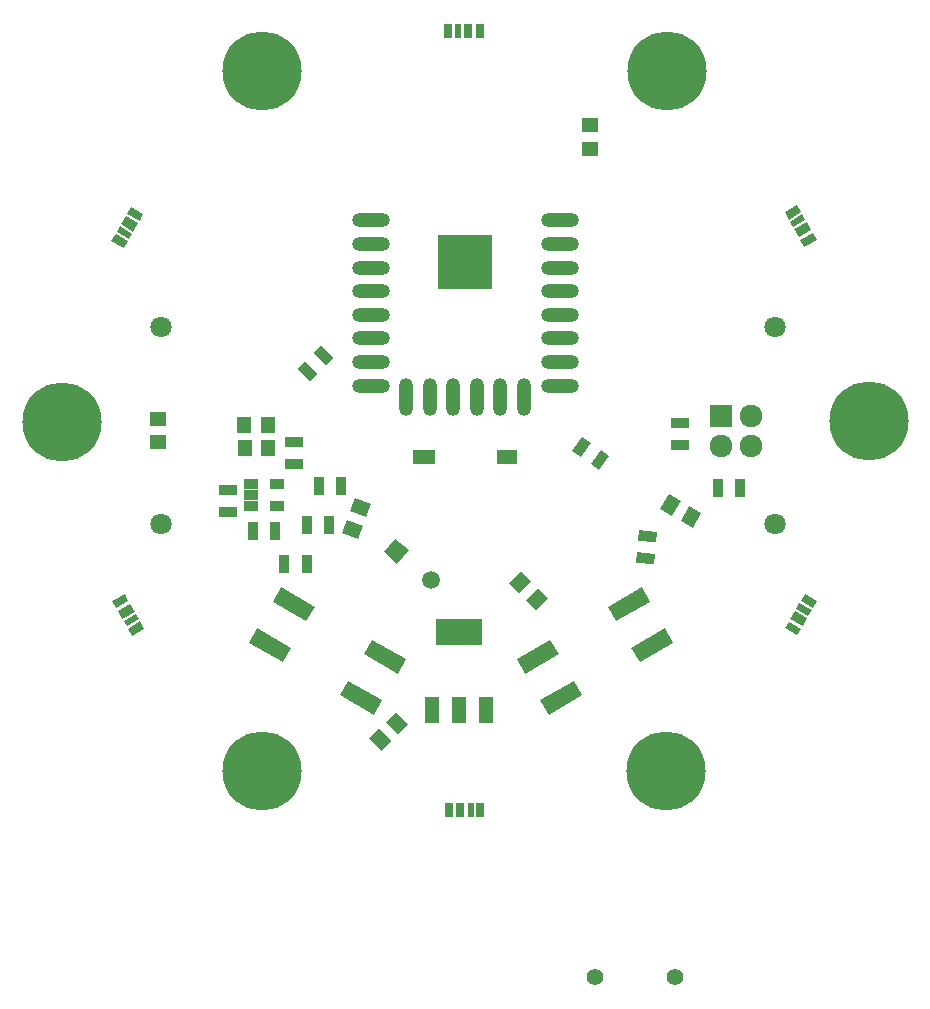
<source format=gts>
G04 #@! TF.FileFunction,Soldermask,Top*
%FSLAX46Y46*%
G04 Gerber Fmt 4.6, Leading zero omitted, Abs format (unit mm)*
G04 Created by KiCad (PCBNEW 4.0.2+dfsg1-stable) date Tue 23 Oct 2018 01:13:40 AM EDT*
%MOMM*%
G01*
G04 APERTURE LIST*
%ADD10C,0.100000*%
%ADD11C,1.800000*%
%ADD12O,3.200000X1.200000*%
%ADD13O,1.200000X3.200000*%
%ADD14C,6.700000*%
%ADD15R,1.200000X1.450000*%
%ADD16R,0.900000X1.500000*%
%ADD17R,1.500000X0.900000*%
%ADD18C,1.400000*%
%ADD19R,1.260000X0.850000*%
%ADD20R,3.857600X2.232000*%
%ADD21R,1.216000X2.232000*%
%ADD22C,1.500000*%
%ADD23R,1.450000X1.200000*%
%ADD24R,4.670400X4.670400*%
%ADD25R,0.650000X1.200000*%
%ADD26R,0.800000X1.200000*%
%ADD27R,0.550000X1.200000*%
%ADD28R,0.700000X1.200000*%
%ADD29R,1.800000X1.200000*%
%ADD30R,1.900000X1.200000*%
%ADD31R,1.927200X1.927200*%
%ADD32O,1.927200X1.927200*%
G04 APERTURE END LIST*
D10*
G36*
X93197085Y-93743333D02*
X93897085Y-94955769D01*
X91039201Y-96605769D01*
X90339201Y-95393333D01*
X93197085Y-93743333D01*
X93197085Y-93743333D01*
G37*
G36*
X91197085Y-90279231D02*
X91897085Y-91491667D01*
X89039201Y-93141667D01*
X88339201Y-91929231D01*
X91197085Y-90279231D01*
X91197085Y-90279231D01*
G37*
G36*
X83480799Y-94734231D02*
X84180799Y-95946667D01*
X81322915Y-97596667D01*
X80622915Y-96384231D01*
X83480799Y-94734231D01*
X83480799Y-94734231D01*
G37*
G36*
X85480799Y-98198333D02*
X86180799Y-99410769D01*
X83322915Y-101060769D01*
X82622915Y-99848333D01*
X85480799Y-98198333D01*
X85480799Y-98198333D01*
G37*
G36*
X69237085Y-99848333D02*
X68537085Y-101060769D01*
X65679201Y-99410769D01*
X66379201Y-98198333D01*
X69237085Y-99848333D01*
X69237085Y-99848333D01*
G37*
G36*
X71237085Y-96384231D02*
X70537085Y-97596667D01*
X67679201Y-95946667D01*
X68379201Y-94734231D01*
X71237085Y-96384231D01*
X71237085Y-96384231D01*
G37*
G36*
X63520799Y-91929231D02*
X62820799Y-93141667D01*
X59962915Y-91491667D01*
X60662915Y-90279231D01*
X63520799Y-91929231D01*
X63520799Y-91929231D01*
G37*
G36*
X61520799Y-95393333D02*
X60820799Y-96605769D01*
X57962915Y-94955769D01*
X58662915Y-93743333D01*
X61520799Y-95393333D01*
X61520799Y-95393333D01*
G37*
D11*
X102480000Y-68240000D03*
X50480000Y-68240000D03*
D12*
X68250000Y-59210000D03*
X68250000Y-61210000D03*
X68250000Y-63210000D03*
X68250000Y-65210000D03*
X68250000Y-67210000D03*
X68250000Y-69210000D03*
X68250000Y-71210000D03*
X68250000Y-73210000D03*
D13*
X71250000Y-74210000D03*
X73250000Y-74210000D03*
X75250000Y-74210000D03*
X77250000Y-74210000D03*
X79250000Y-74210000D03*
X81250000Y-74210000D03*
D12*
X84250000Y-73210000D03*
X84250000Y-71210000D03*
X84250000Y-69210000D03*
X84250000Y-67210000D03*
X84250000Y-65210000D03*
X84250000Y-63210000D03*
X84250000Y-61210000D03*
X84250000Y-59210000D03*
D14*
X59080000Y-46570000D03*
D10*
G36*
X92771860Y-83657868D02*
X93496860Y-82402132D01*
X94536090Y-83002132D01*
X93811090Y-84257868D01*
X92771860Y-83657868D01*
X92771860Y-83657868D01*
G37*
G36*
X94503910Y-84657868D02*
X95228910Y-83402132D01*
X96268140Y-84002132D01*
X95543140Y-85257868D01*
X94503910Y-84657868D01*
X94503910Y-84657868D01*
G37*
G36*
X67224045Y-86211473D02*
X65861491Y-85715544D01*
X66271915Y-84587913D01*
X67634469Y-85083842D01*
X67224045Y-86211473D01*
X67224045Y-86211473D01*
G37*
G36*
X67908085Y-84332087D02*
X66545531Y-83836158D01*
X66955955Y-82708527D01*
X68318509Y-83204456D01*
X67908085Y-84332087D01*
X67908085Y-84332087D01*
G37*
D15*
X59570000Y-76550000D03*
X57570000Y-76550000D03*
D10*
G36*
X88476995Y-79148642D02*
X87616630Y-80377370D01*
X86879393Y-79861152D01*
X87739758Y-78632424D01*
X88476995Y-79148642D01*
X88476995Y-79148642D01*
G37*
G36*
X86920607Y-78058848D02*
X86060242Y-79287576D01*
X85323005Y-78771358D01*
X86183370Y-77542630D01*
X86920607Y-78058848D01*
X86920607Y-78058848D01*
G37*
G36*
X90994872Y-85429961D02*
X92489164Y-85560694D01*
X92410724Y-86457269D01*
X90916432Y-86326536D01*
X90994872Y-85429961D01*
X90994872Y-85429961D01*
G37*
G36*
X90829276Y-87322731D02*
X92323568Y-87453464D01*
X92245128Y-88350039D01*
X90750836Y-88219306D01*
X90829276Y-87322731D01*
X90829276Y-87322731D01*
G37*
D16*
X62872000Y-85008000D03*
X64772000Y-85008000D03*
X60940000Y-88320000D03*
X62840000Y-88320000D03*
X58300000Y-85516000D03*
X60200000Y-85516000D03*
X63888000Y-81706000D03*
X65788000Y-81706000D03*
D17*
X61790000Y-77962000D03*
X61790000Y-79862000D03*
X56202000Y-83926000D03*
X56202000Y-82026000D03*
D18*
X94070000Y-123250000D03*
X87270000Y-123250000D03*
D19*
X58150000Y-81518000D03*
X58150000Y-82468000D03*
X58150000Y-83418000D03*
X60350000Y-83418000D03*
X60350000Y-81518000D03*
D20*
X75710000Y-94067999D03*
D21*
X75710000Y-100672001D03*
X77996001Y-100672000D03*
X73423999Y-100672000D03*
D10*
G36*
X69383376Y-87322443D02*
X70347557Y-86173376D01*
X71496624Y-87137557D01*
X70532443Y-88286624D01*
X69383376Y-87322443D01*
X69383376Y-87322443D01*
G37*
D22*
X73350969Y-89672593D03*
D23*
X86870000Y-51160000D03*
X86870000Y-53160000D03*
D11*
X50480000Y-84950000D03*
X102460000Y-84950000D03*
D23*
X50250000Y-78000000D03*
X50250000Y-76000000D03*
D14*
X93300000Y-105840000D03*
X42105000Y-76245000D03*
X110420000Y-76210000D03*
X59070000Y-105830000D03*
X93310000Y-46570000D03*
D24*
X76210000Y-62700000D03*
D10*
G36*
X83274023Y-91188719D02*
X82248719Y-92214023D01*
X81400191Y-91365495D01*
X82425495Y-90340191D01*
X83274023Y-91188719D01*
X83274023Y-91188719D01*
G37*
G36*
X81859809Y-89774505D02*
X80834505Y-90799809D01*
X79985977Y-89951281D01*
X81011281Y-88925977D01*
X81859809Y-89774505D01*
X81859809Y-89774505D01*
G37*
D17*
X94410000Y-76340000D03*
X94410000Y-78240000D03*
D10*
G36*
X47983398Y-58084360D02*
X49022628Y-58684360D01*
X48697628Y-59247276D01*
X47658398Y-58647276D01*
X47983398Y-58084360D01*
X47983398Y-58084360D01*
G37*
G36*
X47533398Y-58863782D02*
X48572628Y-59463782D01*
X48172628Y-60156602D01*
X47133398Y-59556602D01*
X47533398Y-58863782D01*
X47533398Y-58863782D01*
G37*
G36*
X47033398Y-59729808D02*
X48072628Y-60329808D01*
X47797628Y-60806122D01*
X46758398Y-60206122D01*
X47033398Y-59729808D01*
X47033398Y-59729808D01*
G37*
G36*
X46658398Y-60379327D02*
X47697628Y-60979327D01*
X47347628Y-61585545D01*
X46308398Y-60985545D01*
X46658398Y-60379327D01*
X46658398Y-60379327D01*
G37*
G36*
X46393398Y-91474360D02*
X47432628Y-90874360D01*
X47757628Y-91437276D01*
X46718398Y-92037276D01*
X46393398Y-91474360D01*
X46393398Y-91474360D01*
G37*
G36*
X46843398Y-92253782D02*
X47882628Y-91653782D01*
X48282628Y-92346602D01*
X47243398Y-92946602D01*
X46843398Y-92253782D01*
X46843398Y-92253782D01*
G37*
G36*
X47343398Y-93119808D02*
X48382628Y-92519808D01*
X48657628Y-92996122D01*
X47618398Y-93596122D01*
X47343398Y-93119808D01*
X47343398Y-93119808D01*
G37*
G36*
X47718398Y-93769327D02*
X48757628Y-93169327D01*
X49107628Y-93775545D01*
X48068398Y-94375545D01*
X47718398Y-93769327D01*
X47718398Y-93769327D01*
G37*
D25*
X74865000Y-109140000D03*
D26*
X75840000Y-109140000D03*
D27*
X76715000Y-109140000D03*
D28*
X77540000Y-109140000D03*
D10*
G36*
X104376602Y-94355640D02*
X103337372Y-93755640D01*
X103662372Y-93192724D01*
X104701602Y-93792724D01*
X104376602Y-94355640D01*
X104376602Y-94355640D01*
G37*
G36*
X104826602Y-93576218D02*
X103787372Y-92976218D01*
X104187372Y-92283398D01*
X105226602Y-92883398D01*
X104826602Y-93576218D01*
X104826602Y-93576218D01*
G37*
G36*
X105326602Y-92710192D02*
X104287372Y-92110192D01*
X104562372Y-91633878D01*
X105601602Y-92233878D01*
X105326602Y-92710192D01*
X105326602Y-92710192D01*
G37*
G36*
X105701602Y-92060673D02*
X104662372Y-91460673D01*
X105012372Y-90854455D01*
X106051602Y-91454455D01*
X105701602Y-92060673D01*
X105701602Y-92060673D01*
G37*
G36*
X106016602Y-60835640D02*
X104977372Y-61435640D01*
X104652372Y-60872724D01*
X105691602Y-60272724D01*
X106016602Y-60835640D01*
X106016602Y-60835640D01*
G37*
G36*
X105566602Y-60056218D02*
X104527372Y-60656218D01*
X104127372Y-59963398D01*
X105166602Y-59363398D01*
X105566602Y-60056218D01*
X105566602Y-60056218D01*
G37*
G36*
X105066602Y-59190192D02*
X104027372Y-59790192D01*
X103752372Y-59313878D01*
X104791602Y-58713878D01*
X105066602Y-59190192D01*
X105066602Y-59190192D01*
G37*
G36*
X104691602Y-58540673D02*
X103652372Y-59140673D01*
X103302372Y-58534455D01*
X104341602Y-57934455D01*
X104691602Y-58540673D01*
X104691602Y-58540673D01*
G37*
D25*
X77485000Y-43190000D03*
D26*
X76510000Y-43190000D03*
D27*
X75635000Y-43190000D03*
D28*
X74810000Y-43190000D03*
D15*
X59600000Y-78500000D03*
X57600000Y-78500000D03*
D10*
G36*
X64039619Y-69779721D02*
X65100279Y-70840381D01*
X64463883Y-71476777D01*
X63403223Y-70416117D01*
X64039619Y-69779721D01*
X64039619Y-69779721D01*
G37*
G36*
X62696117Y-71123223D02*
X63756777Y-72183883D01*
X63120381Y-72820279D01*
X62059721Y-71759619D01*
X62696117Y-71123223D01*
X62696117Y-71123223D01*
G37*
D16*
X97650000Y-81860000D03*
X99550000Y-81860000D03*
D29*
X79780000Y-79270000D03*
D30*
X72780000Y-79270000D03*
D31*
X97900000Y-75770000D03*
D32*
X100440000Y-75770000D03*
X97900000Y-78310000D03*
X100440000Y-78310000D03*
D10*
G36*
X69151281Y-104104023D02*
X68125977Y-103078719D01*
X68974505Y-102230191D01*
X69999809Y-103255495D01*
X69151281Y-104104023D01*
X69151281Y-104104023D01*
G37*
G36*
X70565495Y-102689809D02*
X69540191Y-101664505D01*
X70388719Y-100815977D01*
X71414023Y-101841281D01*
X70565495Y-102689809D01*
X70565495Y-102689809D01*
G37*
M02*

</source>
